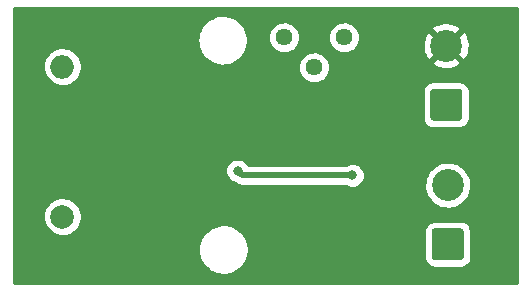
<source format=gbr>
%TF.GenerationSoftware,KiCad,Pcbnew,5.99.0-unknown-20c1492~102~ubuntu18.04.1*%
%TF.CreationDate,2020-07-21T10:29:21+02:00*%
%TF.ProjectId,detect_current,64657465-6374-45f6-9375-7272656e742e,rev?*%
%TF.SameCoordinates,Original*%
%TF.FileFunction,Copper,L2,Bot*%
%TF.FilePolarity,Positive*%
%FSLAX46Y46*%
G04 Gerber Fmt 4.6, Leading zero omitted, Abs format (unit mm)*
G04 Created by KiCad (PCBNEW 5.99.0-unknown-20c1492~102~ubuntu18.04.1) date 2020-07-21 10:29:21*
%MOMM*%
%LPD*%
G01*
G04 APERTURE LIST*
%TA.AperFunction,ComponentPad*%
%ADD10C,1.440000*%
%TD*%
%TA.AperFunction,ComponentPad*%
%ADD11O,2.000000X2.000000*%
%TD*%
%TA.AperFunction,ComponentPad*%
%ADD12C,2.000000*%
%TD*%
%TA.AperFunction,ComponentPad*%
%ADD13C,2.700000*%
%TD*%
%TA.AperFunction,ViaPad*%
%ADD14C,0.800000*%
%TD*%
%TA.AperFunction,Conductor*%
%ADD15C,0.500000*%
%TD*%
%TA.AperFunction,Conductor*%
%ADD16C,0.254000*%
%TD*%
G04 APERTURE END LIST*
D10*
%TO.P,RV1,3,3*%
%TO.N,GND*%
X133400800Y-81737200D03*
%TO.P,RV1,2,2*%
%TO.N,Net-(RV1-Pad2)*%
X135940800Y-84277200D03*
%TO.P,RV1,1,1*%
%TO.N,Net-(R4-Pad2)*%
X138480800Y-81737200D03*
%TD*%
D11*
%TO.P,CT-ZHT103,2,2*%
%TO.N,Net-(CT-ZHT103-Pad2)*%
X114640707Y-84201000D03*
D12*
%TO.P,CT-ZHT103,1,1*%
%TO.N,Net-(CT-ZHT103-Pad1)*%
X114640707Y-96901000D03*
%TD*%
D13*
%TO.P,J2,2,Pin_2*%
%TO.N,GND*%
X147256500Y-94250500D03*
%TO.P,J2,1,Pin_1*%
%TO.N,Net-(D3-Pad1)*%
%TA.AperFunction,ComponentPad*%
G36*
G01*
X148355400Y-100600500D02*
X146157600Y-100600500D01*
G75*
G02*
X145906500Y-100349400I0J251100D01*
G01*
X145906500Y-98151600D01*
G75*
G02*
X146157600Y-97900500I251100J0D01*
G01*
X148355400Y-97900500D01*
G75*
G02*
X148606500Y-98151600I0J-251100D01*
G01*
X148606500Y-100349400D01*
G75*
G02*
X148355400Y-100600500I-251100J0D01*
G01*
G37*
%TD.AperFunction*%
%TD*%
%TO.P,J1,2,Pin_2*%
%TO.N,+5V*%
X147129500Y-82439500D03*
%TO.P,J1,1,Pin_1*%
%TO.N,GND*%
%TA.AperFunction,ComponentPad*%
G36*
G01*
X148228400Y-88789500D02*
X146030600Y-88789500D01*
G75*
G02*
X145779500Y-88538400I0J251100D01*
G01*
X145779500Y-86340600D01*
G75*
G02*
X146030600Y-86089500I251100J0D01*
G01*
X148228400Y-86089500D01*
G75*
G02*
X148479500Y-86340600I0J-251100D01*
G01*
X148479500Y-88538400D01*
G75*
G02*
X148228400Y-88789500I-251100J0D01*
G01*
G37*
%TD.AperFunction*%
%TD*%
D14*
%TO.N,Net-(R7-Pad2)*%
X129476500Y-93027500D03*
X139192000Y-93408500D03*
%TO.N,+5V*%
X130683000Y-94805500D03*
X142087600Y-81838800D03*
%TD*%
D15*
%TO.N,Net-(R7-Pad2)*%
X134239000Y-93408500D02*
X129857500Y-93408500D01*
X129857500Y-93408500D02*
X129476500Y-93027500D01*
X139192000Y-93408500D02*
X134239000Y-93408500D01*
%TD*%
%TO.N,+5V*%
D16*
X153099500Y-102490000D02*
X110552500Y-102490000D01*
X110552500Y-99690600D01*
X126131097Y-99690600D01*
X126131097Y-99699400D01*
X126151300Y-99988320D01*
X126152525Y-99997035D01*
X126212741Y-100280332D01*
X126215167Y-100288791D01*
X126314226Y-100560950D01*
X126317805Y-100568989D01*
X126453775Y-100824714D01*
X126458439Y-100832177D01*
X126628677Y-101066490D01*
X126634334Y-101073231D01*
X126835525Y-101281570D01*
X126842064Y-101287458D01*
X127070293Y-101465770D01*
X127077588Y-101470691D01*
X127328411Y-101615504D01*
X127336321Y-101619362D01*
X127604858Y-101727858D01*
X127613228Y-101730578D01*
X127894250Y-101800644D01*
X127902916Y-101802172D01*
X128190956Y-101832447D01*
X128199751Y-101832754D01*
X128489201Y-101822646D01*
X128497953Y-101821726D01*
X128783178Y-101771433D01*
X128791716Y-101769304D01*
X129067168Y-101679804D01*
X129075327Y-101676508D01*
X129335641Y-101549544D01*
X129343263Y-101545144D01*
X129583373Y-101383187D01*
X129590308Y-101377769D01*
X129805541Y-101183972D01*
X129811654Y-101177642D01*
X129997823Y-100955776D01*
X130002995Y-100948656D01*
X130156474Y-100703039D01*
X130160605Y-100695269D01*
X130278406Y-100430682D01*
X130281416Y-100422413D01*
X130361248Y-100144007D01*
X130363077Y-100135399D01*
X130403386Y-99848592D01*
X130404000Y-99839813D01*
X130404000Y-99550187D01*
X130403386Y-99541408D01*
X130363077Y-99254601D01*
X130361248Y-99245993D01*
X130281416Y-98967587D01*
X130278406Y-98959318D01*
X130160605Y-98694731D01*
X130156474Y-98686961D01*
X130002995Y-98441344D01*
X129997823Y-98434224D01*
X129811654Y-98212358D01*
X129805541Y-98206028D01*
X129682049Y-98094835D01*
X145267276Y-98094835D01*
X145267276Y-100389824D01*
X145268720Y-100403254D01*
X145334682Y-100706479D01*
X145343312Y-100727313D01*
X145473507Y-100929901D01*
X145485310Y-100943522D01*
X145665596Y-101099741D01*
X145680759Y-101109485D01*
X145897753Y-101208582D01*
X145915046Y-101213660D01*
X146091857Y-101239082D01*
X146100835Y-101239724D01*
X148395824Y-101239724D01*
X148409254Y-101238280D01*
X148712479Y-101172318D01*
X148733313Y-101163688D01*
X148935901Y-101033493D01*
X148949522Y-101021690D01*
X149105741Y-100841404D01*
X149115485Y-100826241D01*
X149214582Y-100609247D01*
X149219660Y-100591954D01*
X149245082Y-100415143D01*
X149245724Y-100406165D01*
X149245724Y-98111176D01*
X149244280Y-98097746D01*
X149178318Y-97794521D01*
X149169688Y-97773687D01*
X149039493Y-97571099D01*
X149027690Y-97557478D01*
X148847404Y-97401259D01*
X148832241Y-97391515D01*
X148615247Y-97292418D01*
X148597954Y-97287340D01*
X148421143Y-97261918D01*
X148412165Y-97261276D01*
X146117176Y-97261276D01*
X146103746Y-97262720D01*
X145800521Y-97328682D01*
X145779687Y-97337312D01*
X145577099Y-97467507D01*
X145563478Y-97479310D01*
X145407259Y-97659596D01*
X145397515Y-97674759D01*
X145298418Y-97891753D01*
X145293340Y-97909046D01*
X145267918Y-98085857D01*
X145267276Y-98094835D01*
X129682049Y-98094835D01*
X129590308Y-98012231D01*
X129583373Y-98006813D01*
X129343263Y-97844856D01*
X129335641Y-97840456D01*
X129075327Y-97713492D01*
X129067168Y-97710196D01*
X128791716Y-97620696D01*
X128783178Y-97618567D01*
X128497953Y-97568274D01*
X128489201Y-97567354D01*
X128199751Y-97557246D01*
X128190956Y-97557553D01*
X127902916Y-97587828D01*
X127894250Y-97589356D01*
X127613228Y-97659422D01*
X127604858Y-97662142D01*
X127336321Y-97770638D01*
X127328411Y-97774496D01*
X127077588Y-97919309D01*
X127070293Y-97924230D01*
X126842064Y-98102542D01*
X126835525Y-98108430D01*
X126634334Y-98316769D01*
X126628677Y-98323510D01*
X126458439Y-98557823D01*
X126453775Y-98565286D01*
X126317805Y-98821011D01*
X126314226Y-98829050D01*
X126215167Y-99101209D01*
X126212741Y-99109668D01*
X126152525Y-99392965D01*
X126151300Y-99401680D01*
X126131097Y-99690600D01*
X110552500Y-99690600D01*
X110552500Y-96888898D01*
X113001839Y-96888898D01*
X113019473Y-97141071D01*
X113020986Y-97151078D01*
X113078711Y-97397187D01*
X113081805Y-97406824D01*
X113178135Y-97640538D01*
X113182730Y-97649556D01*
X113315187Y-97864862D01*
X113321165Y-97873030D01*
X113486341Y-98064390D01*
X113493548Y-98071497D01*
X113687196Y-98233986D01*
X113695446Y-98239849D01*
X113912580Y-98369287D01*
X113921662Y-98373756D01*
X114156698Y-98466813D01*
X114166377Y-98469772D01*
X114413268Y-98524054D01*
X114423296Y-98525428D01*
X114675690Y-98539539D01*
X114685808Y-98539292D01*
X114937211Y-98512869D01*
X114947160Y-98511007D01*
X115191105Y-98444728D01*
X115200627Y-98441300D01*
X115430838Y-98336873D01*
X115439690Y-98331966D01*
X115650243Y-98192074D01*
X115658196Y-98185815D01*
X115843675Y-98014061D01*
X115850526Y-98006610D01*
X116006158Y-97807411D01*
X116011730Y-97798961D01*
X116133511Y-97577441D01*
X116137660Y-97568209D01*
X116222458Y-97330068D01*
X116225077Y-97320292D01*
X116270770Y-97071332D01*
X116271804Y-97060599D01*
X116274789Y-96775596D01*
X116273980Y-96764844D01*
X116233511Y-96514981D01*
X116231097Y-96505152D01*
X116151304Y-96265287D01*
X116147349Y-96255971D01*
X116030234Y-96031949D01*
X116024841Y-96023384D01*
X115873415Y-95820969D01*
X115866721Y-95813377D01*
X115684881Y-95637776D01*
X115677060Y-95631351D01*
X115469482Y-95487081D01*
X115460735Y-95481990D01*
X115232763Y-95372764D01*
X115223314Y-95369137D01*
X114980810Y-95297765D01*
X114970903Y-95295695D01*
X114720109Y-95264011D01*
X114709997Y-95263552D01*
X114457363Y-95272374D01*
X114447308Y-95273538D01*
X114199335Y-95322639D01*
X114189596Y-95325394D01*
X113952663Y-95413508D01*
X113943490Y-95417786D01*
X113723691Y-95542649D01*
X113715320Y-95548338D01*
X113518313Y-95706737D01*
X113510959Y-95713691D01*
X113341811Y-95901548D01*
X113335663Y-95909589D01*
X113198726Y-96122075D01*
X113193943Y-96130994D01*
X113092739Y-96362639D01*
X113089444Y-96372209D01*
X113026578Y-96617056D01*
X113024855Y-96627030D01*
X113001945Y-96878777D01*
X113001839Y-96888898D01*
X110552500Y-96888898D01*
X110552500Y-92899438D01*
X128440500Y-92899438D01*
X128440500Y-93155562D01*
X128442656Y-93171938D01*
X128508946Y-93419335D01*
X128515267Y-93434595D01*
X128643329Y-93656405D01*
X128653384Y-93669509D01*
X128834491Y-93850616D01*
X128847595Y-93860671D01*
X129069405Y-93988733D01*
X129084665Y-93995054D01*
X129225999Y-94032925D01*
X129251117Y-94055108D01*
X129272760Y-94076752D01*
X129279534Y-94082625D01*
X129297627Y-94096185D01*
X129359272Y-94150628D01*
X129374277Y-94160485D01*
X129398756Y-94171978D01*
X129420394Y-94188195D01*
X129436142Y-94196816D01*
X129513144Y-94225682D01*
X129587765Y-94260717D01*
X129605321Y-94266026D01*
X129630992Y-94269862D01*
X129656797Y-94279536D01*
X129674332Y-94283391D01*
X129768182Y-94290366D01*
X129791208Y-94293807D01*
X129800534Y-94294500D01*
X129823815Y-94294500D01*
X129909336Y-94300855D01*
X129927248Y-94299634D01*
X129951298Y-94294500D01*
X138654598Y-94294500D01*
X138784905Y-94369733D01*
X138800165Y-94376054D01*
X139047562Y-94442344D01*
X139063938Y-94444500D01*
X139320062Y-94444500D01*
X139336438Y-94442344D01*
X139583835Y-94376054D01*
X139599095Y-94369733D01*
X139820905Y-94241671D01*
X139834009Y-94231616D01*
X139864362Y-94201263D01*
X145268136Y-94201263D01*
X145280781Y-94479745D01*
X145281854Y-94488812D01*
X145334569Y-94762551D01*
X145336939Y-94771368D01*
X145428617Y-95034630D01*
X145432236Y-95043013D01*
X145560957Y-95290284D01*
X145565747Y-95298056D01*
X145728814Y-95524155D01*
X145734677Y-95531155D01*
X145928676Y-95731346D01*
X145935488Y-95737425D01*
X146156354Y-95907514D01*
X146163972Y-95912547D01*
X146407077Y-96048971D01*
X146415342Y-96052851D01*
X146675594Y-96152753D01*
X146684333Y-96155400D01*
X146956281Y-96216686D01*
X146965310Y-96218043D01*
X147243256Y-96239430D01*
X147252386Y-96239470D01*
X147530509Y-96220510D01*
X147539550Y-96219231D01*
X147812023Y-96160321D01*
X147820784Y-96157750D01*
X148081898Y-96060123D01*
X148090196Y-96056315D01*
X148334483Y-95922017D01*
X148342145Y-95917051D01*
X148564486Y-95748896D01*
X148571351Y-95742876D01*
X148767089Y-95544386D01*
X148773012Y-95537438D01*
X148938047Y-95312770D01*
X148942905Y-95305040D01*
X149073780Y-95058903D01*
X149077471Y-95050552D01*
X149171443Y-94788099D01*
X149173891Y-94779303D01*
X149229159Y-94505198D01*
X149230381Y-94494430D01*
X149240684Y-94113673D01*
X149240046Y-94102854D01*
X149199681Y-93826161D01*
X149197713Y-93817245D01*
X149118072Y-93550096D01*
X149114838Y-93541557D01*
X148997467Y-93288702D01*
X148993033Y-93280720D01*
X148840389Y-93047457D01*
X148834850Y-93040199D01*
X148650132Y-92831414D01*
X148643604Y-92825031D01*
X148430682Y-92645098D01*
X148423300Y-92639725D01*
X148186633Y-92492412D01*
X148178552Y-92488161D01*
X147923100Y-92376557D01*
X147914490Y-92373516D01*
X147645603Y-92299957D01*
X147636645Y-92298192D01*
X147359953Y-92264218D01*
X147350834Y-92263764D01*
X147072138Y-92270089D01*
X147063049Y-92270956D01*
X146788185Y-92317446D01*
X146779316Y-92319616D01*
X146514041Y-92405297D01*
X146505578Y-92408725D01*
X146255451Y-92531803D01*
X146247572Y-92536416D01*
X146017833Y-92694312D01*
X146010702Y-92700014D01*
X145806161Y-92889422D01*
X145799928Y-92896094D01*
X145624872Y-93113043D01*
X145619667Y-93120545D01*
X145477763Y-93360493D01*
X145473696Y-93368668D01*
X145367915Y-93626586D01*
X145365071Y-93635262D01*
X145297631Y-93905751D01*
X145296069Y-93914746D01*
X145268383Y-94192136D01*
X145268136Y-94201263D01*
X139864362Y-94201263D01*
X140015116Y-94050509D01*
X140025171Y-94037405D01*
X140153233Y-93815595D01*
X140159554Y-93800335D01*
X140225844Y-93552938D01*
X140228000Y-93536562D01*
X140228000Y-93280438D01*
X140225844Y-93264062D01*
X140159554Y-93016665D01*
X140153233Y-93001405D01*
X140025171Y-92779595D01*
X140015116Y-92766491D01*
X139834009Y-92585384D01*
X139820905Y-92575329D01*
X139599095Y-92447267D01*
X139583835Y-92440946D01*
X139336438Y-92374656D01*
X139320062Y-92372500D01*
X139063938Y-92372500D01*
X139047562Y-92374656D01*
X138800165Y-92440946D01*
X138784905Y-92447267D01*
X138654598Y-92522500D01*
X130381208Y-92522500D01*
X130309671Y-92398595D01*
X130299616Y-92385491D01*
X130118509Y-92204384D01*
X130105405Y-92194329D01*
X129883595Y-92066267D01*
X129868335Y-92059946D01*
X129620938Y-91993656D01*
X129604562Y-91991500D01*
X129348438Y-91991500D01*
X129332062Y-91993656D01*
X129084665Y-92059946D01*
X129069405Y-92066267D01*
X128847595Y-92194329D01*
X128834491Y-92204384D01*
X128653384Y-92385491D01*
X128643329Y-92398595D01*
X128515267Y-92620405D01*
X128508946Y-92635665D01*
X128442656Y-92883062D01*
X128440500Y-92899438D01*
X110552500Y-92899438D01*
X110552500Y-86283835D01*
X145140276Y-86283835D01*
X145140276Y-88578824D01*
X145141720Y-88592254D01*
X145207682Y-88895479D01*
X145216312Y-88916313D01*
X145346507Y-89118901D01*
X145358310Y-89132522D01*
X145538596Y-89288741D01*
X145553759Y-89298485D01*
X145770753Y-89397582D01*
X145788046Y-89402660D01*
X145964857Y-89428082D01*
X145973835Y-89428724D01*
X148268824Y-89428724D01*
X148282254Y-89427280D01*
X148585479Y-89361318D01*
X148606313Y-89352688D01*
X148808901Y-89222493D01*
X148822522Y-89210690D01*
X148978741Y-89030404D01*
X148988485Y-89015241D01*
X149087582Y-88798247D01*
X149092660Y-88780954D01*
X149118082Y-88604143D01*
X149118724Y-88595165D01*
X149118724Y-86300176D01*
X149117280Y-86286746D01*
X149051318Y-85983521D01*
X149042688Y-85962687D01*
X148912493Y-85760099D01*
X148900690Y-85746478D01*
X148720404Y-85590259D01*
X148705241Y-85580515D01*
X148488247Y-85481418D01*
X148470954Y-85476340D01*
X148294143Y-85450918D01*
X148285165Y-85450276D01*
X145990176Y-85450276D01*
X145976746Y-85451720D01*
X145673521Y-85517682D01*
X145652687Y-85526312D01*
X145450099Y-85656507D01*
X145436478Y-85668310D01*
X145280259Y-85848596D01*
X145270515Y-85863759D01*
X145171418Y-86080753D01*
X145166340Y-86098046D01*
X145140918Y-86274857D01*
X145140276Y-86283835D01*
X110552500Y-86283835D01*
X110552500Y-84188898D01*
X113001839Y-84188898D01*
X113019473Y-84441071D01*
X113020986Y-84451078D01*
X113078711Y-84697187D01*
X113081805Y-84706824D01*
X113178135Y-84940538D01*
X113182730Y-84949556D01*
X113315187Y-85164862D01*
X113321165Y-85173030D01*
X113486341Y-85364390D01*
X113493548Y-85371497D01*
X113687196Y-85533986D01*
X113695446Y-85539849D01*
X113912580Y-85669287D01*
X113921662Y-85673756D01*
X114156698Y-85766813D01*
X114166377Y-85769772D01*
X114413268Y-85824054D01*
X114423296Y-85825428D01*
X114675690Y-85839539D01*
X114685808Y-85839292D01*
X114937211Y-85812869D01*
X114947160Y-85811007D01*
X115191105Y-85744728D01*
X115200627Y-85741300D01*
X115430838Y-85636873D01*
X115439690Y-85631966D01*
X115650243Y-85492074D01*
X115658196Y-85485815D01*
X115843675Y-85314061D01*
X115850526Y-85306610D01*
X116006158Y-85107411D01*
X116011730Y-85098961D01*
X116133511Y-84877441D01*
X116137660Y-84868209D01*
X116222458Y-84630068D01*
X116225077Y-84620292D01*
X116270770Y-84371332D01*
X116271804Y-84360599D01*
X116272991Y-84247236D01*
X134582156Y-84247236D01*
X134596625Y-84477211D01*
X134598323Y-84488305D01*
X134653288Y-84712083D01*
X134656923Y-84722700D01*
X134750647Y-84933209D01*
X134756105Y-84943016D01*
X134885626Y-85133599D01*
X134892734Y-85142284D01*
X135053958Y-85306919D01*
X135062491Y-85314207D01*
X135250320Y-85447692D01*
X135260011Y-85453354D01*
X135468509Y-85551466D01*
X135479049Y-85555322D01*
X135701627Y-85614962D01*
X135712683Y-85616892D01*
X135942304Y-85636174D01*
X135953527Y-85636115D01*
X136182934Y-85614430D01*
X136193969Y-85612385D01*
X136415910Y-85550417D01*
X136426408Y-85546450D01*
X136633868Y-85446160D01*
X136643498Y-85440397D01*
X136829920Y-85304954D01*
X136838377Y-85297576D01*
X136997868Y-85131261D01*
X137004885Y-85122502D01*
X137132402Y-84930572D01*
X137137758Y-84920709D01*
X137229272Y-84709232D01*
X137232795Y-84698577D01*
X137285604Y-84473431D01*
X137287251Y-84460660D01*
X137295007Y-84164459D01*
X137294031Y-84151621D01*
X137253079Y-83924019D01*
X137250117Y-83913193D01*
X137234762Y-83871903D01*
X145878116Y-83871903D01*
X145885475Y-83985713D01*
X146029354Y-84096514D01*
X146036972Y-84101547D01*
X146280077Y-84237971D01*
X146288342Y-84241851D01*
X146548594Y-84341753D01*
X146557333Y-84344400D01*
X146829281Y-84405686D01*
X146838310Y-84407043D01*
X147116256Y-84428430D01*
X147125386Y-84428470D01*
X147403509Y-84409510D01*
X147412550Y-84408231D01*
X147685023Y-84349321D01*
X147693784Y-84346750D01*
X147954898Y-84249123D01*
X147963196Y-84245315D01*
X148207484Y-84111017D01*
X148215146Y-84106051D01*
X148373175Y-83986533D01*
X148381077Y-83872096D01*
X147181691Y-82672710D01*
X147077309Y-82672710D01*
X145878116Y-83871903D01*
X137234762Y-83871903D01*
X137169795Y-83697216D01*
X137164964Y-83687087D01*
X137047666Y-83488746D01*
X137041117Y-83479632D01*
X136890550Y-83305198D01*
X136882490Y-83297388D01*
X136703412Y-83152374D01*
X136694097Y-83146115D01*
X136492171Y-83035104D01*
X136481894Y-83030593D01*
X136263499Y-82957095D01*
X136252587Y-82954475D01*
X136024629Y-82920813D01*
X136013425Y-82920167D01*
X135783109Y-82927405D01*
X135771968Y-82928754D01*
X135546573Y-82976663D01*
X135535847Y-82979963D01*
X135322499Y-83067029D01*
X135312526Y-83072176D01*
X135117968Y-83195646D01*
X135109064Y-83202478D01*
X134939445Y-83358450D01*
X134931892Y-83366751D01*
X134792574Y-83550295D01*
X134786611Y-83559802D01*
X134681998Y-83765117D01*
X134677812Y-83775530D01*
X134611211Y-83996125D01*
X134608935Y-84007115D01*
X134582450Y-84236017D01*
X134582156Y-84247236D01*
X116272991Y-84247236D01*
X116274789Y-84075596D01*
X116273980Y-84064844D01*
X116233511Y-83814981D01*
X116231097Y-83805152D01*
X116151304Y-83565287D01*
X116147349Y-83555971D01*
X116030234Y-83331949D01*
X116024841Y-83323384D01*
X115873415Y-83120969D01*
X115866721Y-83113377D01*
X115684881Y-82937776D01*
X115677060Y-82931351D01*
X115469482Y-82787081D01*
X115460735Y-82781990D01*
X115232763Y-82672764D01*
X115223314Y-82669137D01*
X114980810Y-82597765D01*
X114970903Y-82595695D01*
X114720109Y-82564011D01*
X114709997Y-82563552D01*
X114457363Y-82572374D01*
X114447308Y-82573538D01*
X114199335Y-82622639D01*
X114189596Y-82625394D01*
X113952663Y-82713508D01*
X113943490Y-82717786D01*
X113723691Y-82842649D01*
X113715320Y-82848338D01*
X113518313Y-83006737D01*
X113510959Y-83013691D01*
X113341811Y-83201548D01*
X113335663Y-83209589D01*
X113198726Y-83422075D01*
X113193943Y-83430994D01*
X113092739Y-83662639D01*
X113089444Y-83672209D01*
X113026578Y-83917056D01*
X113024855Y-83927030D01*
X113001945Y-84178777D01*
X113001839Y-84188898D01*
X110552500Y-84188898D01*
X110552500Y-81974100D01*
X126067597Y-81974100D01*
X126067597Y-81982900D01*
X126087800Y-82271820D01*
X126089025Y-82280535D01*
X126149241Y-82563832D01*
X126151667Y-82572291D01*
X126250726Y-82844450D01*
X126254305Y-82852489D01*
X126390275Y-83108214D01*
X126394939Y-83115677D01*
X126565177Y-83349990D01*
X126570834Y-83356731D01*
X126772025Y-83565070D01*
X126778564Y-83570958D01*
X127006793Y-83749270D01*
X127014088Y-83754191D01*
X127264911Y-83899004D01*
X127272821Y-83902862D01*
X127541358Y-84011358D01*
X127549728Y-84014078D01*
X127830750Y-84084144D01*
X127839416Y-84085672D01*
X128127456Y-84115947D01*
X128136251Y-84116254D01*
X128425701Y-84106146D01*
X128434453Y-84105226D01*
X128719678Y-84054933D01*
X128728216Y-84052804D01*
X129003668Y-83963304D01*
X129011827Y-83960008D01*
X129272141Y-83833044D01*
X129279763Y-83828644D01*
X129519873Y-83666687D01*
X129526808Y-83661269D01*
X129742041Y-83467472D01*
X129748154Y-83461142D01*
X129934323Y-83239276D01*
X129939495Y-83232156D01*
X130092974Y-82986539D01*
X130097105Y-82978769D01*
X130214906Y-82714182D01*
X130217916Y-82705913D01*
X130297748Y-82427507D01*
X130299577Y-82418899D01*
X130339886Y-82132092D01*
X130340500Y-82123313D01*
X130340500Y-81833687D01*
X130339886Y-81824908D01*
X130323348Y-81707236D01*
X132042156Y-81707236D01*
X132056625Y-81937211D01*
X132058323Y-81948305D01*
X132113288Y-82172083D01*
X132116923Y-82182700D01*
X132210647Y-82393209D01*
X132216105Y-82403016D01*
X132345626Y-82593599D01*
X132352734Y-82602284D01*
X132513958Y-82766919D01*
X132522491Y-82774207D01*
X132710320Y-82907692D01*
X132720011Y-82913354D01*
X132928509Y-83011466D01*
X132939049Y-83015322D01*
X133161627Y-83074962D01*
X133172683Y-83076892D01*
X133402304Y-83096174D01*
X133413527Y-83096115D01*
X133642934Y-83074430D01*
X133653969Y-83072385D01*
X133875910Y-83010417D01*
X133886408Y-83006450D01*
X134093868Y-82906160D01*
X134103498Y-82900397D01*
X134289920Y-82764954D01*
X134298377Y-82757576D01*
X134457868Y-82591261D01*
X134464885Y-82582502D01*
X134592402Y-82390572D01*
X134597758Y-82380709D01*
X134689272Y-82169232D01*
X134692795Y-82158577D01*
X134745604Y-81933431D01*
X134747251Y-81920660D01*
X134752839Y-81707236D01*
X137122156Y-81707236D01*
X137136625Y-81937211D01*
X137138323Y-81948305D01*
X137193288Y-82172083D01*
X137196923Y-82182700D01*
X137290647Y-82393209D01*
X137296105Y-82403016D01*
X137425626Y-82593599D01*
X137432734Y-82602284D01*
X137593958Y-82766919D01*
X137602491Y-82774207D01*
X137790320Y-82907692D01*
X137800011Y-82913354D01*
X138008509Y-83011466D01*
X138019049Y-83015322D01*
X138241627Y-83074962D01*
X138252683Y-83076892D01*
X138482304Y-83096174D01*
X138493527Y-83096115D01*
X138722934Y-83074430D01*
X138733969Y-83072385D01*
X138955910Y-83010417D01*
X138966408Y-83006450D01*
X139173868Y-82906160D01*
X139183498Y-82900397D01*
X139369920Y-82764954D01*
X139378377Y-82757576D01*
X139537868Y-82591261D01*
X139544885Y-82582502D01*
X139672402Y-82390572D01*
X139672569Y-82390263D01*
X145141136Y-82390263D01*
X145153781Y-82668745D01*
X145154854Y-82677812D01*
X145207569Y-82951551D01*
X145209939Y-82960368D01*
X145301617Y-83223630D01*
X145305236Y-83232013D01*
X145433957Y-83479284D01*
X145438747Y-83487056D01*
X145579861Y-83682716D01*
X145695926Y-83692054D01*
X146896290Y-82491691D01*
X146896290Y-82387309D01*
X147362710Y-82387309D01*
X147362710Y-82491691D01*
X148562616Y-83691597D01*
X148678056Y-83682815D01*
X148811047Y-83501770D01*
X148815905Y-83494040D01*
X148946780Y-83247903D01*
X148950471Y-83239552D01*
X149044443Y-82977099D01*
X149046891Y-82968303D01*
X149102159Y-82694198D01*
X149103381Y-82683430D01*
X149113684Y-82302673D01*
X149113046Y-82291854D01*
X149072681Y-82015161D01*
X149070713Y-82006245D01*
X148991072Y-81739096D01*
X148987838Y-81730557D01*
X148870466Y-81477702D01*
X148866033Y-81469720D01*
X148686410Y-81195229D01*
X148567117Y-81182902D01*
X147362710Y-82387309D01*
X146896290Y-82387309D01*
X145697125Y-81188144D01*
X145584955Y-81194121D01*
X145497872Y-81302043D01*
X145492667Y-81309545D01*
X145350763Y-81549493D01*
X145346696Y-81557668D01*
X145240915Y-81815586D01*
X145238071Y-81824262D01*
X145170631Y-82094751D01*
X145169069Y-82103746D01*
X145141383Y-82381136D01*
X145141136Y-82390263D01*
X139672569Y-82390263D01*
X139677758Y-82380709D01*
X139769272Y-82169232D01*
X139772795Y-82158577D01*
X139825604Y-81933431D01*
X139827251Y-81920660D01*
X139835007Y-81624459D01*
X139834031Y-81611621D01*
X139793079Y-81384019D01*
X139790117Y-81373193D01*
X139709795Y-81157216D01*
X139704964Y-81147087D01*
X139620495Y-81004256D01*
X145875275Y-81004256D01*
X147077309Y-82206290D01*
X147181691Y-82206290D01*
X148381506Y-81006475D01*
X148376875Y-80895952D01*
X148303683Y-80834099D01*
X148296300Y-80828725D01*
X148059633Y-80681412D01*
X148051552Y-80677161D01*
X147796100Y-80565557D01*
X147787490Y-80562516D01*
X147518603Y-80488957D01*
X147509645Y-80487192D01*
X147232953Y-80453218D01*
X147223834Y-80452764D01*
X146945138Y-80459089D01*
X146936049Y-80459956D01*
X146661185Y-80506446D01*
X146652316Y-80508616D01*
X146387041Y-80594297D01*
X146378578Y-80597725D01*
X146128451Y-80720803D01*
X146120572Y-80725416D01*
X145886088Y-80886572D01*
X145875275Y-81004256D01*
X139620495Y-81004256D01*
X139587666Y-80948746D01*
X139581117Y-80939632D01*
X139430550Y-80765198D01*
X139422490Y-80757388D01*
X139243412Y-80612374D01*
X139234097Y-80606115D01*
X139032171Y-80495104D01*
X139021894Y-80490593D01*
X138803499Y-80417095D01*
X138792587Y-80414475D01*
X138564629Y-80380813D01*
X138553425Y-80380167D01*
X138323109Y-80387405D01*
X138311968Y-80388754D01*
X138086573Y-80436663D01*
X138075847Y-80439963D01*
X137862499Y-80527029D01*
X137852526Y-80532176D01*
X137657968Y-80655646D01*
X137649064Y-80662478D01*
X137479445Y-80818450D01*
X137471892Y-80826751D01*
X137332574Y-81010295D01*
X137326611Y-81019802D01*
X137221998Y-81225117D01*
X137217812Y-81235530D01*
X137151211Y-81456125D01*
X137148935Y-81467115D01*
X137122450Y-81696017D01*
X137122156Y-81707236D01*
X134752839Y-81707236D01*
X134755007Y-81624459D01*
X134754031Y-81611621D01*
X134713079Y-81384019D01*
X134710117Y-81373193D01*
X134629795Y-81157216D01*
X134624964Y-81147087D01*
X134507666Y-80948746D01*
X134501117Y-80939632D01*
X134350550Y-80765198D01*
X134342490Y-80757388D01*
X134163412Y-80612374D01*
X134154097Y-80606115D01*
X133952171Y-80495104D01*
X133941894Y-80490593D01*
X133723499Y-80417095D01*
X133712587Y-80414475D01*
X133484629Y-80380813D01*
X133473425Y-80380167D01*
X133243109Y-80387405D01*
X133231968Y-80388754D01*
X133006573Y-80436663D01*
X132995847Y-80439963D01*
X132782499Y-80527029D01*
X132772526Y-80532176D01*
X132577968Y-80655646D01*
X132569064Y-80662478D01*
X132399445Y-80818450D01*
X132391892Y-80826751D01*
X132252574Y-81010295D01*
X132246611Y-81019802D01*
X132141998Y-81225117D01*
X132137812Y-81235530D01*
X132071211Y-81456125D01*
X132068935Y-81467115D01*
X132042450Y-81696017D01*
X132042156Y-81707236D01*
X130323348Y-81707236D01*
X130299577Y-81538101D01*
X130297748Y-81529493D01*
X130217916Y-81251087D01*
X130214906Y-81242818D01*
X130097105Y-80978231D01*
X130092974Y-80970461D01*
X129939495Y-80724844D01*
X129934323Y-80717724D01*
X129748154Y-80495858D01*
X129742041Y-80489528D01*
X129526808Y-80295731D01*
X129519873Y-80290313D01*
X129279763Y-80128356D01*
X129272141Y-80123956D01*
X129011827Y-79996992D01*
X129003668Y-79993696D01*
X128728216Y-79904196D01*
X128719678Y-79902067D01*
X128434453Y-79851774D01*
X128425701Y-79850854D01*
X128136251Y-79840746D01*
X128127456Y-79841053D01*
X127839416Y-79871328D01*
X127830750Y-79872856D01*
X127549728Y-79942922D01*
X127541358Y-79945642D01*
X127272821Y-80054138D01*
X127264911Y-80057996D01*
X127014088Y-80202809D01*
X127006793Y-80207730D01*
X126778564Y-80386042D01*
X126772025Y-80391930D01*
X126570834Y-80600269D01*
X126565177Y-80607010D01*
X126394939Y-80841323D01*
X126390275Y-80848786D01*
X126254305Y-81104511D01*
X126250726Y-81112550D01*
X126151667Y-81384709D01*
X126149241Y-81393168D01*
X126089025Y-81676465D01*
X126087800Y-81685180D01*
X126067597Y-81974100D01*
X110552500Y-81974100D01*
X110552500Y-79247000D01*
X153099501Y-79247000D01*
X153099500Y-102490000D01*
%TA.AperFunction,Conductor*%
G36*
X153099500Y-102490000D02*
G01*
X110552500Y-102490000D01*
X110552500Y-99690600D01*
X126131097Y-99690600D01*
X126131097Y-99699400D01*
X126151300Y-99988320D01*
X126152525Y-99997035D01*
X126212741Y-100280332D01*
X126215167Y-100288791D01*
X126314226Y-100560950D01*
X126317805Y-100568989D01*
X126453775Y-100824714D01*
X126458439Y-100832177D01*
X126628677Y-101066490D01*
X126634334Y-101073231D01*
X126835525Y-101281570D01*
X126842064Y-101287458D01*
X127070293Y-101465770D01*
X127077588Y-101470691D01*
X127328411Y-101615504D01*
X127336321Y-101619362D01*
X127604858Y-101727858D01*
X127613228Y-101730578D01*
X127894250Y-101800644D01*
X127902916Y-101802172D01*
X128190956Y-101832447D01*
X128199751Y-101832754D01*
X128489201Y-101822646D01*
X128497953Y-101821726D01*
X128783178Y-101771433D01*
X128791716Y-101769304D01*
X129067168Y-101679804D01*
X129075327Y-101676508D01*
X129335641Y-101549544D01*
X129343263Y-101545144D01*
X129583373Y-101383187D01*
X129590308Y-101377769D01*
X129805541Y-101183972D01*
X129811654Y-101177642D01*
X129997823Y-100955776D01*
X130002995Y-100948656D01*
X130156474Y-100703039D01*
X130160605Y-100695269D01*
X130278406Y-100430682D01*
X130281416Y-100422413D01*
X130361248Y-100144007D01*
X130363077Y-100135399D01*
X130403386Y-99848592D01*
X130404000Y-99839813D01*
X130404000Y-99550187D01*
X130403386Y-99541408D01*
X130363077Y-99254601D01*
X130361248Y-99245993D01*
X130281416Y-98967587D01*
X130278406Y-98959318D01*
X130160605Y-98694731D01*
X130156474Y-98686961D01*
X130002995Y-98441344D01*
X129997823Y-98434224D01*
X129811654Y-98212358D01*
X129805541Y-98206028D01*
X129682049Y-98094835D01*
X145267276Y-98094835D01*
X145267276Y-100389824D01*
X145268720Y-100403254D01*
X145334682Y-100706479D01*
X145343312Y-100727313D01*
X145473507Y-100929901D01*
X145485310Y-100943522D01*
X145665596Y-101099741D01*
X145680759Y-101109485D01*
X145897753Y-101208582D01*
X145915046Y-101213660D01*
X146091857Y-101239082D01*
X146100835Y-101239724D01*
X148395824Y-101239724D01*
X148409254Y-101238280D01*
X148712479Y-101172318D01*
X148733313Y-101163688D01*
X148935901Y-101033493D01*
X148949522Y-101021690D01*
X149105741Y-100841404D01*
X149115485Y-100826241D01*
X149214582Y-100609247D01*
X149219660Y-100591954D01*
X149245082Y-100415143D01*
X149245724Y-100406165D01*
X149245724Y-98111176D01*
X149244280Y-98097746D01*
X149178318Y-97794521D01*
X149169688Y-97773687D01*
X149039493Y-97571099D01*
X149027690Y-97557478D01*
X148847404Y-97401259D01*
X148832241Y-97391515D01*
X148615247Y-97292418D01*
X148597954Y-97287340D01*
X148421143Y-97261918D01*
X148412165Y-97261276D01*
X146117176Y-97261276D01*
X146103746Y-97262720D01*
X145800521Y-97328682D01*
X145779687Y-97337312D01*
X145577099Y-97467507D01*
X145563478Y-97479310D01*
X145407259Y-97659596D01*
X145397515Y-97674759D01*
X145298418Y-97891753D01*
X145293340Y-97909046D01*
X145267918Y-98085857D01*
X145267276Y-98094835D01*
X129682049Y-98094835D01*
X129590308Y-98012231D01*
X129583373Y-98006813D01*
X129343263Y-97844856D01*
X129335641Y-97840456D01*
X129075327Y-97713492D01*
X129067168Y-97710196D01*
X128791716Y-97620696D01*
X128783178Y-97618567D01*
X128497953Y-97568274D01*
X128489201Y-97567354D01*
X128199751Y-97557246D01*
X128190956Y-97557553D01*
X127902916Y-97587828D01*
X127894250Y-97589356D01*
X127613228Y-97659422D01*
X127604858Y-97662142D01*
X127336321Y-97770638D01*
X127328411Y-97774496D01*
X127077588Y-97919309D01*
X127070293Y-97924230D01*
X126842064Y-98102542D01*
X126835525Y-98108430D01*
X126634334Y-98316769D01*
X126628677Y-98323510D01*
X126458439Y-98557823D01*
X126453775Y-98565286D01*
X126317805Y-98821011D01*
X126314226Y-98829050D01*
X126215167Y-99101209D01*
X126212741Y-99109668D01*
X126152525Y-99392965D01*
X126151300Y-99401680D01*
X126131097Y-99690600D01*
X110552500Y-99690600D01*
X110552500Y-96888898D01*
X113001839Y-96888898D01*
X113019473Y-97141071D01*
X113020986Y-97151078D01*
X113078711Y-97397187D01*
X113081805Y-97406824D01*
X113178135Y-97640538D01*
X113182730Y-97649556D01*
X113315187Y-97864862D01*
X113321165Y-97873030D01*
X113486341Y-98064390D01*
X113493548Y-98071497D01*
X113687196Y-98233986D01*
X113695446Y-98239849D01*
X113912580Y-98369287D01*
X113921662Y-98373756D01*
X114156698Y-98466813D01*
X114166377Y-98469772D01*
X114413268Y-98524054D01*
X114423296Y-98525428D01*
X114675690Y-98539539D01*
X114685808Y-98539292D01*
X114937211Y-98512869D01*
X114947160Y-98511007D01*
X115191105Y-98444728D01*
X115200627Y-98441300D01*
X115430838Y-98336873D01*
X115439690Y-98331966D01*
X115650243Y-98192074D01*
X115658196Y-98185815D01*
X115843675Y-98014061D01*
X115850526Y-98006610D01*
X116006158Y-97807411D01*
X116011730Y-97798961D01*
X116133511Y-97577441D01*
X116137660Y-97568209D01*
X116222458Y-97330068D01*
X116225077Y-97320292D01*
X116270770Y-97071332D01*
X116271804Y-97060599D01*
X116274789Y-96775596D01*
X116273980Y-96764844D01*
X116233511Y-96514981D01*
X116231097Y-96505152D01*
X116151304Y-96265287D01*
X116147349Y-96255971D01*
X116030234Y-96031949D01*
X116024841Y-96023384D01*
X115873415Y-95820969D01*
X115866721Y-95813377D01*
X115684881Y-95637776D01*
X115677060Y-95631351D01*
X115469482Y-95487081D01*
X115460735Y-95481990D01*
X115232763Y-95372764D01*
X115223314Y-95369137D01*
X114980810Y-95297765D01*
X114970903Y-95295695D01*
X114720109Y-95264011D01*
X114709997Y-95263552D01*
X114457363Y-95272374D01*
X114447308Y-95273538D01*
X114199335Y-95322639D01*
X114189596Y-95325394D01*
X113952663Y-95413508D01*
X113943490Y-95417786D01*
X113723691Y-95542649D01*
X113715320Y-95548338D01*
X113518313Y-95706737D01*
X113510959Y-95713691D01*
X113341811Y-95901548D01*
X113335663Y-95909589D01*
X113198726Y-96122075D01*
X113193943Y-96130994D01*
X113092739Y-96362639D01*
X113089444Y-96372209D01*
X113026578Y-96617056D01*
X113024855Y-96627030D01*
X113001945Y-96878777D01*
X113001839Y-96888898D01*
X110552500Y-96888898D01*
X110552500Y-92899438D01*
X128440500Y-92899438D01*
X128440500Y-93155562D01*
X128442656Y-93171938D01*
X128508946Y-93419335D01*
X128515267Y-93434595D01*
X128643329Y-93656405D01*
X128653384Y-93669509D01*
X128834491Y-93850616D01*
X128847595Y-93860671D01*
X129069405Y-93988733D01*
X129084665Y-93995054D01*
X129225999Y-94032925D01*
X129251117Y-94055108D01*
X129272760Y-94076752D01*
X129279534Y-94082625D01*
X129297627Y-94096185D01*
X129359272Y-94150628D01*
X129374277Y-94160485D01*
X129398756Y-94171978D01*
X129420394Y-94188195D01*
X129436142Y-94196816D01*
X129513144Y-94225682D01*
X129587765Y-94260717D01*
X129605321Y-94266026D01*
X129630992Y-94269862D01*
X129656797Y-94279536D01*
X129674332Y-94283391D01*
X129768182Y-94290366D01*
X129791208Y-94293807D01*
X129800534Y-94294500D01*
X129823815Y-94294500D01*
X129909336Y-94300855D01*
X129927248Y-94299634D01*
X129951298Y-94294500D01*
X138654598Y-94294500D01*
X138784905Y-94369733D01*
X138800165Y-94376054D01*
X139047562Y-94442344D01*
X139063938Y-94444500D01*
X139320062Y-94444500D01*
X139336438Y-94442344D01*
X139583835Y-94376054D01*
X139599095Y-94369733D01*
X139820905Y-94241671D01*
X139834009Y-94231616D01*
X139864362Y-94201263D01*
X145268136Y-94201263D01*
X145280781Y-94479745D01*
X145281854Y-94488812D01*
X145334569Y-94762551D01*
X145336939Y-94771368D01*
X145428617Y-95034630D01*
X145432236Y-95043013D01*
X145560957Y-95290284D01*
X145565747Y-95298056D01*
X145728814Y-95524155D01*
X145734677Y-95531155D01*
X145928676Y-95731346D01*
X145935488Y-95737425D01*
X146156354Y-95907514D01*
X146163972Y-95912547D01*
X146407077Y-96048971D01*
X146415342Y-96052851D01*
X146675594Y-96152753D01*
X146684333Y-96155400D01*
X146956281Y-96216686D01*
X146965310Y-96218043D01*
X147243256Y-96239430D01*
X147252386Y-96239470D01*
X147530509Y-96220510D01*
X147539550Y-96219231D01*
X147812023Y-96160321D01*
X147820784Y-96157750D01*
X148081898Y-96060123D01*
X148090196Y-96056315D01*
X148334483Y-95922017D01*
X148342145Y-95917051D01*
X148564486Y-95748896D01*
X148571351Y-95742876D01*
X148767089Y-95544386D01*
X148773012Y-95537438D01*
X148938047Y-95312770D01*
X148942905Y-95305040D01*
X149073780Y-95058903D01*
X149077471Y-95050552D01*
X149171443Y-94788099D01*
X149173891Y-94779303D01*
X149229159Y-94505198D01*
X149230381Y-94494430D01*
X149240684Y-94113673D01*
X149240046Y-94102854D01*
X149199681Y-93826161D01*
X149197713Y-93817245D01*
X149118072Y-93550096D01*
X149114838Y-93541557D01*
X148997467Y-93288702D01*
X148993033Y-93280720D01*
X148840389Y-93047457D01*
X148834850Y-93040199D01*
X148650132Y-92831414D01*
X148643604Y-92825031D01*
X148430682Y-92645098D01*
X148423300Y-92639725D01*
X148186633Y-92492412D01*
X148178552Y-92488161D01*
X147923100Y-92376557D01*
X147914490Y-92373516D01*
X147645603Y-92299957D01*
X147636645Y-92298192D01*
X147359953Y-92264218D01*
X147350834Y-92263764D01*
X147072138Y-92270089D01*
X147063049Y-92270956D01*
X146788185Y-92317446D01*
X146779316Y-92319616D01*
X146514041Y-92405297D01*
X146505578Y-92408725D01*
X146255451Y-92531803D01*
X146247572Y-92536416D01*
X146017833Y-92694312D01*
X146010702Y-92700014D01*
X145806161Y-92889422D01*
X145799928Y-92896094D01*
X145624872Y-93113043D01*
X145619667Y-93120545D01*
X145477763Y-93360493D01*
X145473696Y-93368668D01*
X145367915Y-93626586D01*
X145365071Y-93635262D01*
X145297631Y-93905751D01*
X145296069Y-93914746D01*
X145268383Y-94192136D01*
X145268136Y-94201263D01*
X139864362Y-94201263D01*
X140015116Y-94050509D01*
X140025171Y-94037405D01*
X140153233Y-93815595D01*
X140159554Y-93800335D01*
X140225844Y-93552938D01*
X140228000Y-93536562D01*
X140228000Y-93280438D01*
X140225844Y-93264062D01*
X140159554Y-93016665D01*
X140153233Y-93001405D01*
X140025171Y-92779595D01*
X140015116Y-92766491D01*
X139834009Y-92585384D01*
X139820905Y-92575329D01*
X139599095Y-92447267D01*
X139583835Y-92440946D01*
X139336438Y-92374656D01*
X139320062Y-92372500D01*
X139063938Y-92372500D01*
X139047562Y-92374656D01*
X138800165Y-92440946D01*
X138784905Y-92447267D01*
X138654598Y-92522500D01*
X130381208Y-92522500D01*
X130309671Y-92398595D01*
X130299616Y-92385491D01*
X130118509Y-92204384D01*
X130105405Y-92194329D01*
X129883595Y-92066267D01*
X129868335Y-92059946D01*
X129620938Y-91993656D01*
X129604562Y-91991500D01*
X129348438Y-91991500D01*
X129332062Y-91993656D01*
X129084665Y-92059946D01*
X129069405Y-92066267D01*
X128847595Y-92194329D01*
X128834491Y-92204384D01*
X128653384Y-92385491D01*
X128643329Y-92398595D01*
X128515267Y-92620405D01*
X128508946Y-92635665D01*
X128442656Y-92883062D01*
X128440500Y-92899438D01*
X110552500Y-92899438D01*
X110552500Y-86283835D01*
X145140276Y-86283835D01*
X145140276Y-88578824D01*
X145141720Y-88592254D01*
X145207682Y-88895479D01*
X145216312Y-88916313D01*
X145346507Y-89118901D01*
X145358310Y-89132522D01*
X145538596Y-89288741D01*
X145553759Y-89298485D01*
X145770753Y-89397582D01*
X145788046Y-89402660D01*
X145964857Y-89428082D01*
X145973835Y-89428724D01*
X148268824Y-89428724D01*
X148282254Y-89427280D01*
X148585479Y-89361318D01*
X148606313Y-89352688D01*
X148808901Y-89222493D01*
X148822522Y-89210690D01*
X148978741Y-89030404D01*
X148988485Y-89015241D01*
X149087582Y-88798247D01*
X149092660Y-88780954D01*
X149118082Y-88604143D01*
X149118724Y-88595165D01*
X149118724Y-86300176D01*
X149117280Y-86286746D01*
X149051318Y-85983521D01*
X149042688Y-85962687D01*
X148912493Y-85760099D01*
X148900690Y-85746478D01*
X148720404Y-85590259D01*
X148705241Y-85580515D01*
X148488247Y-85481418D01*
X148470954Y-85476340D01*
X148294143Y-85450918D01*
X148285165Y-85450276D01*
X145990176Y-85450276D01*
X145976746Y-85451720D01*
X145673521Y-85517682D01*
X145652687Y-85526312D01*
X145450099Y-85656507D01*
X145436478Y-85668310D01*
X145280259Y-85848596D01*
X145270515Y-85863759D01*
X145171418Y-86080753D01*
X145166340Y-86098046D01*
X145140918Y-86274857D01*
X145140276Y-86283835D01*
X110552500Y-86283835D01*
X110552500Y-84188898D01*
X113001839Y-84188898D01*
X113019473Y-84441071D01*
X113020986Y-84451078D01*
X113078711Y-84697187D01*
X113081805Y-84706824D01*
X113178135Y-84940538D01*
X113182730Y-84949556D01*
X113315187Y-85164862D01*
X113321165Y-85173030D01*
X113486341Y-85364390D01*
X113493548Y-85371497D01*
X113687196Y-85533986D01*
X113695446Y-85539849D01*
X113912580Y-85669287D01*
X113921662Y-85673756D01*
X114156698Y-85766813D01*
X114166377Y-85769772D01*
X114413268Y-85824054D01*
X114423296Y-85825428D01*
X114675690Y-85839539D01*
X114685808Y-85839292D01*
X114937211Y-85812869D01*
X114947160Y-85811007D01*
X115191105Y-85744728D01*
X115200627Y-85741300D01*
X115430838Y-85636873D01*
X115439690Y-85631966D01*
X115650243Y-85492074D01*
X115658196Y-85485815D01*
X115843675Y-85314061D01*
X115850526Y-85306610D01*
X116006158Y-85107411D01*
X116011730Y-85098961D01*
X116133511Y-84877441D01*
X116137660Y-84868209D01*
X116222458Y-84630068D01*
X116225077Y-84620292D01*
X116270770Y-84371332D01*
X116271804Y-84360599D01*
X116272991Y-84247236D01*
X134582156Y-84247236D01*
X134596625Y-84477211D01*
X134598323Y-84488305D01*
X134653288Y-84712083D01*
X134656923Y-84722700D01*
X134750647Y-84933209D01*
X134756105Y-84943016D01*
X134885626Y-85133599D01*
X134892734Y-85142284D01*
X135053958Y-85306919D01*
X135062491Y-85314207D01*
X135250320Y-85447692D01*
X135260011Y-85453354D01*
X135468509Y-85551466D01*
X135479049Y-85555322D01*
X135701627Y-85614962D01*
X135712683Y-85616892D01*
X135942304Y-85636174D01*
X135953527Y-85636115D01*
X136182934Y-85614430D01*
X136193969Y-85612385D01*
X136415910Y-85550417D01*
X136426408Y-85546450D01*
X136633868Y-85446160D01*
X136643498Y-85440397D01*
X136829920Y-85304954D01*
X136838377Y-85297576D01*
X136997868Y-85131261D01*
X137004885Y-85122502D01*
X137132402Y-84930572D01*
X137137758Y-84920709D01*
X137229272Y-84709232D01*
X137232795Y-84698577D01*
X137285604Y-84473431D01*
X137287251Y-84460660D01*
X137295007Y-84164459D01*
X137294031Y-84151621D01*
X137253079Y-83924019D01*
X137250117Y-83913193D01*
X137234762Y-83871903D01*
X145878116Y-83871903D01*
X145885475Y-83985713D01*
X146029354Y-84096514D01*
X146036972Y-84101547D01*
X146280077Y-84237971D01*
X146288342Y-84241851D01*
X146548594Y-84341753D01*
X146557333Y-84344400D01*
X146829281Y-84405686D01*
X146838310Y-84407043D01*
X147116256Y-84428430D01*
X147125386Y-84428470D01*
X147403509Y-84409510D01*
X147412550Y-84408231D01*
X147685023Y-84349321D01*
X147693784Y-84346750D01*
X147954898Y-84249123D01*
X147963196Y-84245315D01*
X148207484Y-84111017D01*
X148215146Y-84106051D01*
X148373175Y-83986533D01*
X148381077Y-83872096D01*
X147181691Y-82672710D01*
X147077309Y-82672710D01*
X145878116Y-83871903D01*
X137234762Y-83871903D01*
X137169795Y-83697216D01*
X137164964Y-83687087D01*
X137047666Y-83488746D01*
X137041117Y-83479632D01*
X136890550Y-83305198D01*
X136882490Y-83297388D01*
X136703412Y-83152374D01*
X136694097Y-83146115D01*
X136492171Y-83035104D01*
X136481894Y-83030593D01*
X136263499Y-82957095D01*
X136252587Y-82954475D01*
X136024629Y-82920813D01*
X136013425Y-82920167D01*
X135783109Y-82927405D01*
X135771968Y-82928754D01*
X135546573Y-82976663D01*
X135535847Y-82979963D01*
X135322499Y-83067029D01*
X135312526Y-83072176D01*
X135117968Y-83195646D01*
X135109064Y-83202478D01*
X134939445Y-83358450D01*
X134931892Y-83366751D01*
X134792574Y-83550295D01*
X134786611Y-83559802D01*
X134681998Y-83765117D01*
X134677812Y-83775530D01*
X134611211Y-83996125D01*
X134608935Y-84007115D01*
X134582450Y-84236017D01*
X134582156Y-84247236D01*
X116272991Y-84247236D01*
X116274789Y-84075596D01*
X116273980Y-84064844D01*
X116233511Y-83814981D01*
X116231097Y-83805152D01*
X116151304Y-83565287D01*
X116147349Y-83555971D01*
X116030234Y-83331949D01*
X116024841Y-83323384D01*
X115873415Y-83120969D01*
X115866721Y-83113377D01*
X115684881Y-82937776D01*
X115677060Y-82931351D01*
X115469482Y-82787081D01*
X115460735Y-82781990D01*
X115232763Y-82672764D01*
X115223314Y-82669137D01*
X114980810Y-82597765D01*
X114970903Y-82595695D01*
X114720109Y-82564011D01*
X114709997Y-82563552D01*
X114457363Y-82572374D01*
X114447308Y-82573538D01*
X114199335Y-82622639D01*
X114189596Y-82625394D01*
X113952663Y-82713508D01*
X113943490Y-82717786D01*
X113723691Y-82842649D01*
X113715320Y-82848338D01*
X113518313Y-83006737D01*
X113510959Y-83013691D01*
X113341811Y-83201548D01*
X113335663Y-83209589D01*
X113198726Y-83422075D01*
X113193943Y-83430994D01*
X113092739Y-83662639D01*
X113089444Y-83672209D01*
X113026578Y-83917056D01*
X113024855Y-83927030D01*
X113001945Y-84178777D01*
X113001839Y-84188898D01*
X110552500Y-84188898D01*
X110552500Y-81974100D01*
X126067597Y-81974100D01*
X126067597Y-81982900D01*
X126087800Y-82271820D01*
X126089025Y-82280535D01*
X126149241Y-82563832D01*
X126151667Y-82572291D01*
X126250726Y-82844450D01*
X126254305Y-82852489D01*
X126390275Y-83108214D01*
X126394939Y-83115677D01*
X126565177Y-83349990D01*
X126570834Y-83356731D01*
X126772025Y-83565070D01*
X126778564Y-83570958D01*
X127006793Y-83749270D01*
X127014088Y-83754191D01*
X127264911Y-83899004D01*
X127272821Y-83902862D01*
X127541358Y-84011358D01*
X127549728Y-84014078D01*
X127830750Y-84084144D01*
X127839416Y-84085672D01*
X128127456Y-84115947D01*
X128136251Y-84116254D01*
X128425701Y-84106146D01*
X128434453Y-84105226D01*
X128719678Y-84054933D01*
X128728216Y-84052804D01*
X129003668Y-83963304D01*
X129011827Y-83960008D01*
X129272141Y-83833044D01*
X129279763Y-83828644D01*
X129519873Y-83666687D01*
X129526808Y-83661269D01*
X129742041Y-83467472D01*
X129748154Y-83461142D01*
X129934323Y-83239276D01*
X129939495Y-83232156D01*
X130092974Y-82986539D01*
X130097105Y-82978769D01*
X130214906Y-82714182D01*
X130217916Y-82705913D01*
X130297748Y-82427507D01*
X130299577Y-82418899D01*
X130339886Y-82132092D01*
X130340500Y-82123313D01*
X130340500Y-81833687D01*
X130339886Y-81824908D01*
X130323348Y-81707236D01*
X132042156Y-81707236D01*
X132056625Y-81937211D01*
X132058323Y-81948305D01*
X132113288Y-82172083D01*
X132116923Y-82182700D01*
X132210647Y-82393209D01*
X132216105Y-82403016D01*
X132345626Y-82593599D01*
X132352734Y-82602284D01*
X132513958Y-82766919D01*
X132522491Y-82774207D01*
X132710320Y-82907692D01*
X132720011Y-82913354D01*
X132928509Y-83011466D01*
X132939049Y-83015322D01*
X133161627Y-83074962D01*
X133172683Y-83076892D01*
X133402304Y-83096174D01*
X133413527Y-83096115D01*
X133642934Y-83074430D01*
X133653969Y-83072385D01*
X133875910Y-83010417D01*
X133886408Y-83006450D01*
X134093868Y-82906160D01*
X134103498Y-82900397D01*
X134289920Y-82764954D01*
X134298377Y-82757576D01*
X134457868Y-82591261D01*
X134464885Y-82582502D01*
X134592402Y-82390572D01*
X134597758Y-82380709D01*
X134689272Y-82169232D01*
X134692795Y-82158577D01*
X134745604Y-81933431D01*
X134747251Y-81920660D01*
X134752839Y-81707236D01*
X137122156Y-81707236D01*
X137136625Y-81937211D01*
X137138323Y-81948305D01*
X137193288Y-82172083D01*
X137196923Y-82182700D01*
X137290647Y-82393209D01*
X137296105Y-82403016D01*
X137425626Y-82593599D01*
X137432734Y-82602284D01*
X137593958Y-82766919D01*
X137602491Y-82774207D01*
X137790320Y-82907692D01*
X137800011Y-82913354D01*
X138008509Y-83011466D01*
X138019049Y-83015322D01*
X138241627Y-83074962D01*
X138252683Y-83076892D01*
X138482304Y-83096174D01*
X138493527Y-83096115D01*
X138722934Y-83074430D01*
X138733969Y-83072385D01*
X138955910Y-83010417D01*
X138966408Y-83006450D01*
X139173868Y-82906160D01*
X139183498Y-82900397D01*
X139369920Y-82764954D01*
X139378377Y-82757576D01*
X139537868Y-82591261D01*
X139544885Y-82582502D01*
X139672402Y-82390572D01*
X139672569Y-82390263D01*
X145141136Y-82390263D01*
X145153781Y-82668745D01*
X145154854Y-82677812D01*
X145207569Y-82951551D01*
X145209939Y-82960368D01*
X145301617Y-83223630D01*
X145305236Y-83232013D01*
X145433957Y-83479284D01*
X145438747Y-83487056D01*
X145579861Y-83682716D01*
X145695926Y-83692054D01*
X146896290Y-82491691D01*
X146896290Y-82387309D01*
X147362710Y-82387309D01*
X147362710Y-82491691D01*
X148562616Y-83691597D01*
X148678056Y-83682815D01*
X148811047Y-83501770D01*
X148815905Y-83494040D01*
X148946780Y-83247903D01*
X148950471Y-83239552D01*
X149044443Y-82977099D01*
X149046891Y-82968303D01*
X149102159Y-82694198D01*
X149103381Y-82683430D01*
X149113684Y-82302673D01*
X149113046Y-82291854D01*
X149072681Y-82015161D01*
X149070713Y-82006245D01*
X148991072Y-81739096D01*
X148987838Y-81730557D01*
X148870466Y-81477702D01*
X148866033Y-81469720D01*
X148686410Y-81195229D01*
X148567117Y-81182902D01*
X147362710Y-82387309D01*
X146896290Y-82387309D01*
X145697125Y-81188144D01*
X145584955Y-81194121D01*
X145497872Y-81302043D01*
X145492667Y-81309545D01*
X145350763Y-81549493D01*
X145346696Y-81557668D01*
X145240915Y-81815586D01*
X145238071Y-81824262D01*
X145170631Y-82094751D01*
X145169069Y-82103746D01*
X145141383Y-82381136D01*
X145141136Y-82390263D01*
X139672569Y-82390263D01*
X139677758Y-82380709D01*
X139769272Y-82169232D01*
X139772795Y-82158577D01*
X139825604Y-81933431D01*
X139827251Y-81920660D01*
X139835007Y-81624459D01*
X139834031Y-81611621D01*
X139793079Y-81384019D01*
X139790117Y-81373193D01*
X139709795Y-81157216D01*
X139704964Y-81147087D01*
X139620495Y-81004256D01*
X145875275Y-81004256D01*
X147077309Y-82206290D01*
X147181691Y-82206290D01*
X148381506Y-81006475D01*
X148376875Y-80895952D01*
X148303683Y-80834099D01*
X148296300Y-80828725D01*
X148059633Y-80681412D01*
X148051552Y-80677161D01*
X147796100Y-80565557D01*
X147787490Y-80562516D01*
X147518603Y-80488957D01*
X147509645Y-80487192D01*
X147232953Y-80453218D01*
X147223834Y-80452764D01*
X146945138Y-80459089D01*
X146936049Y-80459956D01*
X146661185Y-80506446D01*
X146652316Y-80508616D01*
X146387041Y-80594297D01*
X146378578Y-80597725D01*
X146128451Y-80720803D01*
X146120572Y-80725416D01*
X145886088Y-80886572D01*
X145875275Y-81004256D01*
X139620495Y-81004256D01*
X139587666Y-80948746D01*
X139581117Y-80939632D01*
X139430550Y-80765198D01*
X139422490Y-80757388D01*
X139243412Y-80612374D01*
X139234097Y-80606115D01*
X139032171Y-80495104D01*
X139021894Y-80490593D01*
X138803499Y-80417095D01*
X138792587Y-80414475D01*
X138564629Y-80380813D01*
X138553425Y-80380167D01*
X138323109Y-80387405D01*
X138311968Y-80388754D01*
X138086573Y-80436663D01*
X138075847Y-80439963D01*
X137862499Y-80527029D01*
X137852526Y-80532176D01*
X137657968Y-80655646D01*
X137649064Y-80662478D01*
X137479445Y-80818450D01*
X137471892Y-80826751D01*
X137332574Y-81010295D01*
X137326611Y-81019802D01*
X137221998Y-81225117D01*
X137217812Y-81235530D01*
X137151211Y-81456125D01*
X137148935Y-81467115D01*
X137122450Y-81696017D01*
X137122156Y-81707236D01*
X134752839Y-81707236D01*
X134755007Y-81624459D01*
X134754031Y-81611621D01*
X134713079Y-81384019D01*
X134710117Y-81373193D01*
X134629795Y-81157216D01*
X134624964Y-81147087D01*
X134507666Y-80948746D01*
X134501117Y-80939632D01*
X134350550Y-80765198D01*
X134342490Y-80757388D01*
X134163412Y-80612374D01*
X134154097Y-80606115D01*
X133952171Y-80495104D01*
X133941894Y-80490593D01*
X133723499Y-80417095D01*
X133712587Y-80414475D01*
X133484629Y-80380813D01*
X133473425Y-80380167D01*
X133243109Y-80387405D01*
X133231968Y-80388754D01*
X133006573Y-80436663D01*
X132995847Y-80439963D01*
X132782499Y-80527029D01*
X132772526Y-80532176D01*
X132577968Y-80655646D01*
X132569064Y-80662478D01*
X132399445Y-80818450D01*
X132391892Y-80826751D01*
X132252574Y-81010295D01*
X132246611Y-81019802D01*
X132141998Y-81225117D01*
X132137812Y-81235530D01*
X132071211Y-81456125D01*
X132068935Y-81467115D01*
X132042450Y-81696017D01*
X132042156Y-81707236D01*
X130323348Y-81707236D01*
X130299577Y-81538101D01*
X130297748Y-81529493D01*
X130217916Y-81251087D01*
X130214906Y-81242818D01*
X130097105Y-80978231D01*
X130092974Y-80970461D01*
X129939495Y-80724844D01*
X129934323Y-80717724D01*
X129748154Y-80495858D01*
X129742041Y-80489528D01*
X129526808Y-80295731D01*
X129519873Y-80290313D01*
X129279763Y-80128356D01*
X129272141Y-80123956D01*
X129011827Y-79996992D01*
X129003668Y-79993696D01*
X128728216Y-79904196D01*
X128719678Y-79902067D01*
X128434453Y-79851774D01*
X128425701Y-79850854D01*
X128136251Y-79840746D01*
X128127456Y-79841053D01*
X127839416Y-79871328D01*
X127830750Y-79872856D01*
X127549728Y-79942922D01*
X127541358Y-79945642D01*
X127272821Y-80054138D01*
X127264911Y-80057996D01*
X127014088Y-80202809D01*
X127006793Y-80207730D01*
X126778564Y-80386042D01*
X126772025Y-80391930D01*
X126570834Y-80600269D01*
X126565177Y-80607010D01*
X126394939Y-80841323D01*
X126390275Y-80848786D01*
X126254305Y-81104511D01*
X126250726Y-81112550D01*
X126151667Y-81384709D01*
X126149241Y-81393168D01*
X126089025Y-81676465D01*
X126087800Y-81685180D01*
X126067597Y-81974100D01*
X110552500Y-81974100D01*
X110552500Y-79247000D01*
X153099501Y-79247000D01*
X153099500Y-102490000D01*
G37*
%TD.AperFunction*%
%TD*%
M02*

</source>
